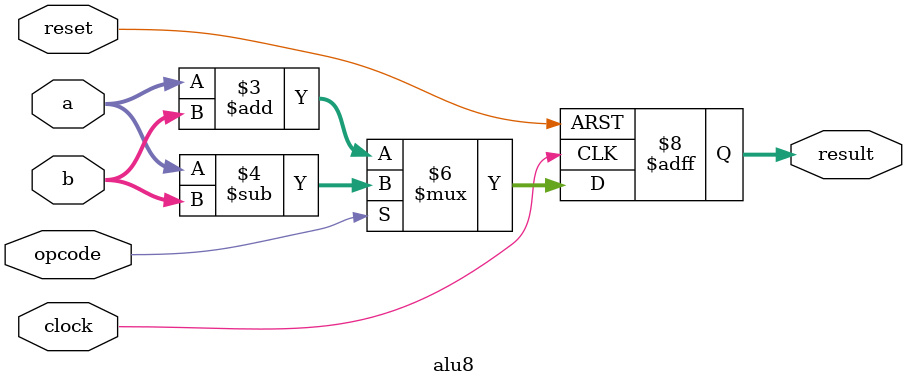
<source format=sv>
module alu8(
    input  logic        clock,
    input  logic        reset,
    input  logic [7:0]  a,
    input  logic [7:0]  b,
    input  logic        opcode, // 0: add, 1: subtract
    output logic [7:0]  result
);
    always_ff @(posedge clock or posedge reset) begin
        if (reset)
            result <= 8'd0;
        else begin
            if (opcode == 1'b0)
                result <= a + b;
            else
                result <= a - b;
        end
    end
endmodule
</source>
